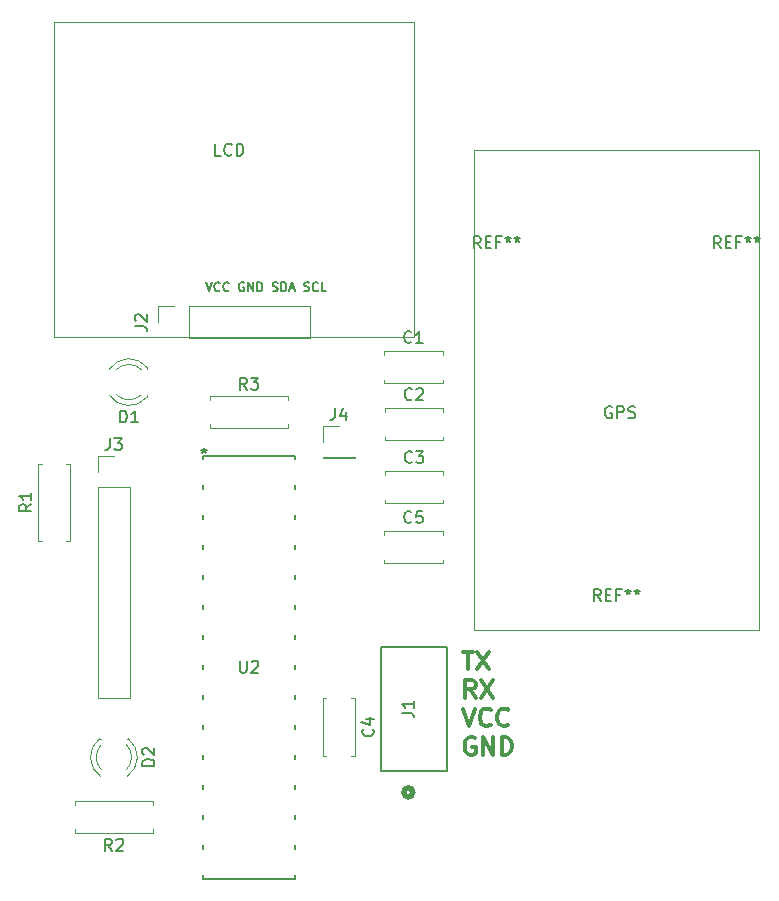
<source format=gbr>
%TF.GenerationSoftware,KiCad,Pcbnew,7.0.10-7.0.10~ubuntu23.04.1*%
%TF.CreationDate,2024-04-20T16:35:45-05:00*%
%TF.ProjectId,GPS-MINPOINT,4750532d-4d49-44e5-904f-494e542e6b69,V001*%
%TF.SameCoordinates,Original*%
%TF.FileFunction,Legend,Top*%
%TF.FilePolarity,Positive*%
%FSLAX46Y46*%
G04 Gerber Fmt 4.6, Leading zero omitted, Abs format (unit mm)*
G04 Created by KiCad (PCBNEW 7.0.10-7.0.10~ubuntu23.04.1) date 2024-04-20 16:35:45*
%MOMM*%
%LPD*%
G01*
G04 APERTURE LIST*
%ADD10C,0.150000*%
%ADD11C,0.100000*%
%ADD12C,0.300000*%
%ADD13C,0.152400*%
%ADD14C,0.508000*%
%ADD15C,0.120000*%
G04 APERTURE END LIST*
D10*
X177390588Y-92897438D02*
X177295350Y-92849819D01*
X177295350Y-92849819D02*
X177152493Y-92849819D01*
X177152493Y-92849819D02*
X177009636Y-92897438D01*
X177009636Y-92897438D02*
X176914398Y-92992676D01*
X176914398Y-92992676D02*
X176866779Y-93087914D01*
X176866779Y-93087914D02*
X176819160Y-93278390D01*
X176819160Y-93278390D02*
X176819160Y-93421247D01*
X176819160Y-93421247D02*
X176866779Y-93611723D01*
X176866779Y-93611723D02*
X176914398Y-93706961D01*
X176914398Y-93706961D02*
X177009636Y-93802200D01*
X177009636Y-93802200D02*
X177152493Y-93849819D01*
X177152493Y-93849819D02*
X177247731Y-93849819D01*
X177247731Y-93849819D02*
X177390588Y-93802200D01*
X177390588Y-93802200D02*
X177438207Y-93754580D01*
X177438207Y-93754580D02*
X177438207Y-93421247D01*
X177438207Y-93421247D02*
X177247731Y-93421247D01*
X177866779Y-93849819D02*
X177866779Y-92849819D01*
X177866779Y-92849819D02*
X178247731Y-92849819D01*
X178247731Y-92849819D02*
X178342969Y-92897438D01*
X178342969Y-92897438D02*
X178390588Y-92945057D01*
X178390588Y-92945057D02*
X178438207Y-93040295D01*
X178438207Y-93040295D02*
X178438207Y-93183152D01*
X178438207Y-93183152D02*
X178390588Y-93278390D01*
X178390588Y-93278390D02*
X178342969Y-93326009D01*
X178342969Y-93326009D02*
X178247731Y-93373628D01*
X178247731Y-93373628D02*
X177866779Y-93373628D01*
X178819160Y-93802200D02*
X178962017Y-93849819D01*
X178962017Y-93849819D02*
X179200112Y-93849819D01*
X179200112Y-93849819D02*
X179295350Y-93802200D01*
X179295350Y-93802200D02*
X179342969Y-93754580D01*
X179342969Y-93754580D02*
X179390588Y-93659342D01*
X179390588Y-93659342D02*
X179390588Y-93564104D01*
X179390588Y-93564104D02*
X179342969Y-93468866D01*
X179342969Y-93468866D02*
X179295350Y-93421247D01*
X179295350Y-93421247D02*
X179200112Y-93373628D01*
X179200112Y-93373628D02*
X179009636Y-93326009D01*
X179009636Y-93326009D02*
X178914398Y-93278390D01*
X178914398Y-93278390D02*
X178866779Y-93230771D01*
X178866779Y-93230771D02*
X178819160Y-93135533D01*
X178819160Y-93135533D02*
X178819160Y-93040295D01*
X178819160Y-93040295D02*
X178866779Y-92945057D01*
X178866779Y-92945057D02*
X178914398Y-92897438D01*
X178914398Y-92897438D02*
X179009636Y-92849819D01*
X179009636Y-92849819D02*
X179247731Y-92849819D01*
X179247731Y-92849819D02*
X179390588Y-92897438D01*
X144322969Y-71624819D02*
X143846779Y-71624819D01*
X143846779Y-71624819D02*
X143846779Y-70624819D01*
X145227731Y-71529580D02*
X145180112Y-71577200D01*
X145180112Y-71577200D02*
X145037255Y-71624819D01*
X145037255Y-71624819D02*
X144942017Y-71624819D01*
X144942017Y-71624819D02*
X144799160Y-71577200D01*
X144799160Y-71577200D02*
X144703922Y-71481961D01*
X144703922Y-71481961D02*
X144656303Y-71386723D01*
X144656303Y-71386723D02*
X144608684Y-71196247D01*
X144608684Y-71196247D02*
X144608684Y-71053390D01*
X144608684Y-71053390D02*
X144656303Y-70862914D01*
X144656303Y-70862914D02*
X144703922Y-70767676D01*
X144703922Y-70767676D02*
X144799160Y-70672438D01*
X144799160Y-70672438D02*
X144942017Y-70624819D01*
X144942017Y-70624819D02*
X145037255Y-70624819D01*
X145037255Y-70624819D02*
X145180112Y-70672438D01*
X145180112Y-70672438D02*
X145227731Y-70720057D01*
X145656303Y-71624819D02*
X145656303Y-70624819D01*
X145656303Y-70624819D02*
X145894398Y-70624819D01*
X145894398Y-70624819D02*
X146037255Y-70672438D01*
X146037255Y-70672438D02*
X146132493Y-70767676D01*
X146132493Y-70767676D02*
X146180112Y-70862914D01*
X146180112Y-70862914D02*
X146227731Y-71053390D01*
X146227731Y-71053390D02*
X146227731Y-71196247D01*
X146227731Y-71196247D02*
X146180112Y-71386723D01*
X146180112Y-71386723D02*
X146132493Y-71481961D01*
X146132493Y-71481961D02*
X146037255Y-71577200D01*
X146037255Y-71577200D02*
X145894398Y-71624819D01*
X145894398Y-71624819D02*
X145656303Y-71624819D01*
D11*
X130175000Y-60325000D02*
X160655000Y-60325000D01*
X160655000Y-86995000D01*
X130175000Y-86995000D01*
X130175000Y-60325000D01*
X165735000Y-71120000D02*
X189865000Y-71120000D01*
X189865000Y-111760000D01*
X165735000Y-111760000D01*
X165735000Y-71120000D01*
D12*
X164805225Y-113610828D02*
X165662368Y-113610828D01*
X165233796Y-115110828D02*
X165233796Y-113610828D01*
X166019510Y-113610828D02*
X167019510Y-115110828D01*
X167019510Y-113610828D02*
X166019510Y-115110828D01*
X165876653Y-117525828D02*
X165376653Y-116811542D01*
X165019510Y-117525828D02*
X165019510Y-116025828D01*
X165019510Y-116025828D02*
X165590939Y-116025828D01*
X165590939Y-116025828D02*
X165733796Y-116097257D01*
X165733796Y-116097257D02*
X165805225Y-116168685D01*
X165805225Y-116168685D02*
X165876653Y-116311542D01*
X165876653Y-116311542D02*
X165876653Y-116525828D01*
X165876653Y-116525828D02*
X165805225Y-116668685D01*
X165805225Y-116668685D02*
X165733796Y-116740114D01*
X165733796Y-116740114D02*
X165590939Y-116811542D01*
X165590939Y-116811542D02*
X165019510Y-116811542D01*
X166376653Y-116025828D02*
X167376653Y-117525828D01*
X167376653Y-116025828D02*
X166376653Y-117525828D01*
X164805225Y-118440828D02*
X165305225Y-119940828D01*
X165305225Y-119940828D02*
X165805225Y-118440828D01*
X167162367Y-119797971D02*
X167090939Y-119869400D01*
X167090939Y-119869400D02*
X166876653Y-119940828D01*
X166876653Y-119940828D02*
X166733796Y-119940828D01*
X166733796Y-119940828D02*
X166519510Y-119869400D01*
X166519510Y-119869400D02*
X166376653Y-119726542D01*
X166376653Y-119726542D02*
X166305224Y-119583685D01*
X166305224Y-119583685D02*
X166233796Y-119297971D01*
X166233796Y-119297971D02*
X166233796Y-119083685D01*
X166233796Y-119083685D02*
X166305224Y-118797971D01*
X166305224Y-118797971D02*
X166376653Y-118655114D01*
X166376653Y-118655114D02*
X166519510Y-118512257D01*
X166519510Y-118512257D02*
X166733796Y-118440828D01*
X166733796Y-118440828D02*
X166876653Y-118440828D01*
X166876653Y-118440828D02*
X167090939Y-118512257D01*
X167090939Y-118512257D02*
X167162367Y-118583685D01*
X168662367Y-119797971D02*
X168590939Y-119869400D01*
X168590939Y-119869400D02*
X168376653Y-119940828D01*
X168376653Y-119940828D02*
X168233796Y-119940828D01*
X168233796Y-119940828D02*
X168019510Y-119869400D01*
X168019510Y-119869400D02*
X167876653Y-119726542D01*
X167876653Y-119726542D02*
X167805224Y-119583685D01*
X167805224Y-119583685D02*
X167733796Y-119297971D01*
X167733796Y-119297971D02*
X167733796Y-119083685D01*
X167733796Y-119083685D02*
X167805224Y-118797971D01*
X167805224Y-118797971D02*
X167876653Y-118655114D01*
X167876653Y-118655114D02*
X168019510Y-118512257D01*
X168019510Y-118512257D02*
X168233796Y-118440828D01*
X168233796Y-118440828D02*
X168376653Y-118440828D01*
X168376653Y-118440828D02*
X168590939Y-118512257D01*
X168590939Y-118512257D02*
X168662367Y-118583685D01*
X165805225Y-120927257D02*
X165662368Y-120855828D01*
X165662368Y-120855828D02*
X165448082Y-120855828D01*
X165448082Y-120855828D02*
X165233796Y-120927257D01*
X165233796Y-120927257D02*
X165090939Y-121070114D01*
X165090939Y-121070114D02*
X165019510Y-121212971D01*
X165019510Y-121212971D02*
X164948082Y-121498685D01*
X164948082Y-121498685D02*
X164948082Y-121712971D01*
X164948082Y-121712971D02*
X165019510Y-121998685D01*
X165019510Y-121998685D02*
X165090939Y-122141542D01*
X165090939Y-122141542D02*
X165233796Y-122284400D01*
X165233796Y-122284400D02*
X165448082Y-122355828D01*
X165448082Y-122355828D02*
X165590939Y-122355828D01*
X165590939Y-122355828D02*
X165805225Y-122284400D01*
X165805225Y-122284400D02*
X165876653Y-122212971D01*
X165876653Y-122212971D02*
X165876653Y-121712971D01*
X165876653Y-121712971D02*
X165590939Y-121712971D01*
X166519510Y-122355828D02*
X166519510Y-120855828D01*
X166519510Y-120855828D02*
X167376653Y-122355828D01*
X167376653Y-122355828D02*
X167376653Y-120855828D01*
X168090939Y-122355828D02*
X168090939Y-120855828D01*
X168090939Y-120855828D02*
X168448082Y-120855828D01*
X168448082Y-120855828D02*
X168662368Y-120927257D01*
X168662368Y-120927257D02*
X168805225Y-121070114D01*
X168805225Y-121070114D02*
X168876654Y-121212971D01*
X168876654Y-121212971D02*
X168948082Y-121498685D01*
X168948082Y-121498685D02*
X168948082Y-121712971D01*
X168948082Y-121712971D02*
X168876654Y-121998685D01*
X168876654Y-121998685D02*
X168805225Y-122141542D01*
X168805225Y-122141542D02*
X168662368Y-122284400D01*
X168662368Y-122284400D02*
X168448082Y-122355828D01*
X168448082Y-122355828D02*
X168090939Y-122355828D01*
D10*
X143045112Y-82335414D02*
X143295112Y-83085414D01*
X143295112Y-83085414D02*
X143545112Y-82335414D01*
X144223683Y-83013985D02*
X144187969Y-83049700D01*
X144187969Y-83049700D02*
X144080826Y-83085414D01*
X144080826Y-83085414D02*
X144009398Y-83085414D01*
X144009398Y-83085414D02*
X143902255Y-83049700D01*
X143902255Y-83049700D02*
X143830826Y-82978271D01*
X143830826Y-82978271D02*
X143795112Y-82906842D01*
X143795112Y-82906842D02*
X143759398Y-82763985D01*
X143759398Y-82763985D02*
X143759398Y-82656842D01*
X143759398Y-82656842D02*
X143795112Y-82513985D01*
X143795112Y-82513985D02*
X143830826Y-82442557D01*
X143830826Y-82442557D02*
X143902255Y-82371128D01*
X143902255Y-82371128D02*
X144009398Y-82335414D01*
X144009398Y-82335414D02*
X144080826Y-82335414D01*
X144080826Y-82335414D02*
X144187969Y-82371128D01*
X144187969Y-82371128D02*
X144223683Y-82406842D01*
X144973683Y-83013985D02*
X144937969Y-83049700D01*
X144937969Y-83049700D02*
X144830826Y-83085414D01*
X144830826Y-83085414D02*
X144759398Y-83085414D01*
X144759398Y-83085414D02*
X144652255Y-83049700D01*
X144652255Y-83049700D02*
X144580826Y-82978271D01*
X144580826Y-82978271D02*
X144545112Y-82906842D01*
X144545112Y-82906842D02*
X144509398Y-82763985D01*
X144509398Y-82763985D02*
X144509398Y-82656842D01*
X144509398Y-82656842D02*
X144545112Y-82513985D01*
X144545112Y-82513985D02*
X144580826Y-82442557D01*
X144580826Y-82442557D02*
X144652255Y-82371128D01*
X144652255Y-82371128D02*
X144759398Y-82335414D01*
X144759398Y-82335414D02*
X144830826Y-82335414D01*
X144830826Y-82335414D02*
X144937969Y-82371128D01*
X144937969Y-82371128D02*
X144973683Y-82406842D01*
X146259398Y-82371128D02*
X146187970Y-82335414D01*
X146187970Y-82335414D02*
X146080827Y-82335414D01*
X146080827Y-82335414D02*
X145973684Y-82371128D01*
X145973684Y-82371128D02*
X145902255Y-82442557D01*
X145902255Y-82442557D02*
X145866541Y-82513985D01*
X145866541Y-82513985D02*
X145830827Y-82656842D01*
X145830827Y-82656842D02*
X145830827Y-82763985D01*
X145830827Y-82763985D02*
X145866541Y-82906842D01*
X145866541Y-82906842D02*
X145902255Y-82978271D01*
X145902255Y-82978271D02*
X145973684Y-83049700D01*
X145973684Y-83049700D02*
X146080827Y-83085414D01*
X146080827Y-83085414D02*
X146152255Y-83085414D01*
X146152255Y-83085414D02*
X146259398Y-83049700D01*
X146259398Y-83049700D02*
X146295112Y-83013985D01*
X146295112Y-83013985D02*
X146295112Y-82763985D01*
X146295112Y-82763985D02*
X146152255Y-82763985D01*
X146616541Y-83085414D02*
X146616541Y-82335414D01*
X146616541Y-82335414D02*
X147045112Y-83085414D01*
X147045112Y-83085414D02*
X147045112Y-82335414D01*
X147402255Y-83085414D02*
X147402255Y-82335414D01*
X147402255Y-82335414D02*
X147580826Y-82335414D01*
X147580826Y-82335414D02*
X147687969Y-82371128D01*
X147687969Y-82371128D02*
X147759398Y-82442557D01*
X147759398Y-82442557D02*
X147795112Y-82513985D01*
X147795112Y-82513985D02*
X147830826Y-82656842D01*
X147830826Y-82656842D02*
X147830826Y-82763985D01*
X147830826Y-82763985D02*
X147795112Y-82906842D01*
X147795112Y-82906842D02*
X147759398Y-82978271D01*
X147759398Y-82978271D02*
X147687969Y-83049700D01*
X147687969Y-83049700D02*
X147580826Y-83085414D01*
X147580826Y-83085414D02*
X147402255Y-83085414D01*
X148687970Y-83049700D02*
X148795113Y-83085414D01*
X148795113Y-83085414D02*
X148973684Y-83085414D01*
X148973684Y-83085414D02*
X149045113Y-83049700D01*
X149045113Y-83049700D02*
X149080827Y-83013985D01*
X149080827Y-83013985D02*
X149116541Y-82942557D01*
X149116541Y-82942557D02*
X149116541Y-82871128D01*
X149116541Y-82871128D02*
X149080827Y-82799700D01*
X149080827Y-82799700D02*
X149045113Y-82763985D01*
X149045113Y-82763985D02*
X148973684Y-82728271D01*
X148973684Y-82728271D02*
X148830827Y-82692557D01*
X148830827Y-82692557D02*
X148759398Y-82656842D01*
X148759398Y-82656842D02*
X148723684Y-82621128D01*
X148723684Y-82621128D02*
X148687970Y-82549700D01*
X148687970Y-82549700D02*
X148687970Y-82478271D01*
X148687970Y-82478271D02*
X148723684Y-82406842D01*
X148723684Y-82406842D02*
X148759398Y-82371128D01*
X148759398Y-82371128D02*
X148830827Y-82335414D01*
X148830827Y-82335414D02*
X149009398Y-82335414D01*
X149009398Y-82335414D02*
X149116541Y-82371128D01*
X149437970Y-83085414D02*
X149437970Y-82335414D01*
X149437970Y-82335414D02*
X149616541Y-82335414D01*
X149616541Y-82335414D02*
X149723684Y-82371128D01*
X149723684Y-82371128D02*
X149795113Y-82442557D01*
X149795113Y-82442557D02*
X149830827Y-82513985D01*
X149830827Y-82513985D02*
X149866541Y-82656842D01*
X149866541Y-82656842D02*
X149866541Y-82763985D01*
X149866541Y-82763985D02*
X149830827Y-82906842D01*
X149830827Y-82906842D02*
X149795113Y-82978271D01*
X149795113Y-82978271D02*
X149723684Y-83049700D01*
X149723684Y-83049700D02*
X149616541Y-83085414D01*
X149616541Y-83085414D02*
X149437970Y-83085414D01*
X150152256Y-82871128D02*
X150509399Y-82871128D01*
X150080827Y-83085414D02*
X150330827Y-82335414D01*
X150330827Y-82335414D02*
X150580827Y-83085414D01*
X151366542Y-83049700D02*
X151473685Y-83085414D01*
X151473685Y-83085414D02*
X151652256Y-83085414D01*
X151652256Y-83085414D02*
X151723685Y-83049700D01*
X151723685Y-83049700D02*
X151759399Y-83013985D01*
X151759399Y-83013985D02*
X151795113Y-82942557D01*
X151795113Y-82942557D02*
X151795113Y-82871128D01*
X151795113Y-82871128D02*
X151759399Y-82799700D01*
X151759399Y-82799700D02*
X151723685Y-82763985D01*
X151723685Y-82763985D02*
X151652256Y-82728271D01*
X151652256Y-82728271D02*
X151509399Y-82692557D01*
X151509399Y-82692557D02*
X151437970Y-82656842D01*
X151437970Y-82656842D02*
X151402256Y-82621128D01*
X151402256Y-82621128D02*
X151366542Y-82549700D01*
X151366542Y-82549700D02*
X151366542Y-82478271D01*
X151366542Y-82478271D02*
X151402256Y-82406842D01*
X151402256Y-82406842D02*
X151437970Y-82371128D01*
X151437970Y-82371128D02*
X151509399Y-82335414D01*
X151509399Y-82335414D02*
X151687970Y-82335414D01*
X151687970Y-82335414D02*
X151795113Y-82371128D01*
X152545113Y-83013985D02*
X152509399Y-83049700D01*
X152509399Y-83049700D02*
X152402256Y-83085414D01*
X152402256Y-83085414D02*
X152330828Y-83085414D01*
X152330828Y-83085414D02*
X152223685Y-83049700D01*
X152223685Y-83049700D02*
X152152256Y-82978271D01*
X152152256Y-82978271D02*
X152116542Y-82906842D01*
X152116542Y-82906842D02*
X152080828Y-82763985D01*
X152080828Y-82763985D02*
X152080828Y-82656842D01*
X152080828Y-82656842D02*
X152116542Y-82513985D01*
X152116542Y-82513985D02*
X152152256Y-82442557D01*
X152152256Y-82442557D02*
X152223685Y-82371128D01*
X152223685Y-82371128D02*
X152330828Y-82335414D01*
X152330828Y-82335414D02*
X152402256Y-82335414D01*
X152402256Y-82335414D02*
X152509399Y-82371128D01*
X152509399Y-82371128D02*
X152545113Y-82406842D01*
X153223685Y-83085414D02*
X152866542Y-83085414D01*
X152866542Y-83085414D02*
X152866542Y-82335414D01*
X166306666Y-79469819D02*
X165973333Y-78993628D01*
X165735238Y-79469819D02*
X165735238Y-78469819D01*
X165735238Y-78469819D02*
X166116190Y-78469819D01*
X166116190Y-78469819D02*
X166211428Y-78517438D01*
X166211428Y-78517438D02*
X166259047Y-78565057D01*
X166259047Y-78565057D02*
X166306666Y-78660295D01*
X166306666Y-78660295D02*
X166306666Y-78803152D01*
X166306666Y-78803152D02*
X166259047Y-78898390D01*
X166259047Y-78898390D02*
X166211428Y-78946009D01*
X166211428Y-78946009D02*
X166116190Y-78993628D01*
X166116190Y-78993628D02*
X165735238Y-78993628D01*
X166735238Y-78946009D02*
X167068571Y-78946009D01*
X167211428Y-79469819D02*
X166735238Y-79469819D01*
X166735238Y-79469819D02*
X166735238Y-78469819D01*
X166735238Y-78469819D02*
X167211428Y-78469819D01*
X167973333Y-78946009D02*
X167640000Y-78946009D01*
X167640000Y-79469819D02*
X167640000Y-78469819D01*
X167640000Y-78469819D02*
X168116190Y-78469819D01*
X168640000Y-78469819D02*
X168640000Y-78707914D01*
X168401905Y-78612676D02*
X168640000Y-78707914D01*
X168640000Y-78707914D02*
X168878095Y-78612676D01*
X168497143Y-78898390D02*
X168640000Y-78707914D01*
X168640000Y-78707914D02*
X168782857Y-78898390D01*
X169401905Y-78469819D02*
X169401905Y-78707914D01*
X169163810Y-78612676D02*
X169401905Y-78707914D01*
X169401905Y-78707914D02*
X169640000Y-78612676D01*
X169259048Y-78898390D02*
X169401905Y-78707914D01*
X169401905Y-78707914D02*
X169544762Y-78898390D01*
X186626666Y-79469819D02*
X186293333Y-78993628D01*
X186055238Y-79469819D02*
X186055238Y-78469819D01*
X186055238Y-78469819D02*
X186436190Y-78469819D01*
X186436190Y-78469819D02*
X186531428Y-78517438D01*
X186531428Y-78517438D02*
X186579047Y-78565057D01*
X186579047Y-78565057D02*
X186626666Y-78660295D01*
X186626666Y-78660295D02*
X186626666Y-78803152D01*
X186626666Y-78803152D02*
X186579047Y-78898390D01*
X186579047Y-78898390D02*
X186531428Y-78946009D01*
X186531428Y-78946009D02*
X186436190Y-78993628D01*
X186436190Y-78993628D02*
X186055238Y-78993628D01*
X187055238Y-78946009D02*
X187388571Y-78946009D01*
X187531428Y-79469819D02*
X187055238Y-79469819D01*
X187055238Y-79469819D02*
X187055238Y-78469819D01*
X187055238Y-78469819D02*
X187531428Y-78469819D01*
X188293333Y-78946009D02*
X187960000Y-78946009D01*
X187960000Y-79469819D02*
X187960000Y-78469819D01*
X187960000Y-78469819D02*
X188436190Y-78469819D01*
X188960000Y-78469819D02*
X188960000Y-78707914D01*
X188721905Y-78612676D02*
X188960000Y-78707914D01*
X188960000Y-78707914D02*
X189198095Y-78612676D01*
X188817143Y-78898390D02*
X188960000Y-78707914D01*
X188960000Y-78707914D02*
X189102857Y-78898390D01*
X189721905Y-78469819D02*
X189721905Y-78707914D01*
X189483810Y-78612676D02*
X189721905Y-78707914D01*
X189721905Y-78707914D02*
X189960000Y-78612676D01*
X189579048Y-78898390D02*
X189721905Y-78707914D01*
X189721905Y-78707914D02*
X189864762Y-78898390D01*
X176466666Y-109314819D02*
X176133333Y-108838628D01*
X175895238Y-109314819D02*
X175895238Y-108314819D01*
X175895238Y-108314819D02*
X176276190Y-108314819D01*
X176276190Y-108314819D02*
X176371428Y-108362438D01*
X176371428Y-108362438D02*
X176419047Y-108410057D01*
X176419047Y-108410057D02*
X176466666Y-108505295D01*
X176466666Y-108505295D02*
X176466666Y-108648152D01*
X176466666Y-108648152D02*
X176419047Y-108743390D01*
X176419047Y-108743390D02*
X176371428Y-108791009D01*
X176371428Y-108791009D02*
X176276190Y-108838628D01*
X176276190Y-108838628D02*
X175895238Y-108838628D01*
X176895238Y-108791009D02*
X177228571Y-108791009D01*
X177371428Y-109314819D02*
X176895238Y-109314819D01*
X176895238Y-109314819D02*
X176895238Y-108314819D01*
X176895238Y-108314819D02*
X177371428Y-108314819D01*
X178133333Y-108791009D02*
X177800000Y-108791009D01*
X177800000Y-109314819D02*
X177800000Y-108314819D01*
X177800000Y-108314819D02*
X178276190Y-108314819D01*
X178800000Y-108314819D02*
X178800000Y-108552914D01*
X178561905Y-108457676D02*
X178800000Y-108552914D01*
X178800000Y-108552914D02*
X179038095Y-108457676D01*
X178657143Y-108743390D02*
X178800000Y-108552914D01*
X178800000Y-108552914D02*
X178942857Y-108743390D01*
X179561905Y-108314819D02*
X179561905Y-108552914D01*
X179323810Y-108457676D02*
X179561905Y-108552914D01*
X179561905Y-108552914D02*
X179800000Y-108457676D01*
X179419048Y-108743390D02*
X179561905Y-108552914D01*
X179561905Y-108552914D02*
X179704762Y-108743390D01*
X145923095Y-114389819D02*
X145923095Y-115199342D01*
X145923095Y-115199342D02*
X145970714Y-115294580D01*
X145970714Y-115294580D02*
X146018333Y-115342200D01*
X146018333Y-115342200D02*
X146113571Y-115389819D01*
X146113571Y-115389819D02*
X146304047Y-115389819D01*
X146304047Y-115389819D02*
X146399285Y-115342200D01*
X146399285Y-115342200D02*
X146446904Y-115294580D01*
X146446904Y-115294580D02*
X146494523Y-115199342D01*
X146494523Y-115199342D02*
X146494523Y-114389819D01*
X146923095Y-114485057D02*
X146970714Y-114437438D01*
X146970714Y-114437438D02*
X147065952Y-114389819D01*
X147065952Y-114389819D02*
X147304047Y-114389819D01*
X147304047Y-114389819D02*
X147399285Y-114437438D01*
X147399285Y-114437438D02*
X147446904Y-114485057D01*
X147446904Y-114485057D02*
X147494523Y-114580295D01*
X147494523Y-114580295D02*
X147494523Y-114675533D01*
X147494523Y-114675533D02*
X147446904Y-114818390D01*
X147446904Y-114818390D02*
X146875476Y-115389819D01*
X146875476Y-115389819D02*
X147494523Y-115389819D01*
X142875000Y-96368519D02*
X142875000Y-96606614D01*
X142636905Y-96511376D02*
X142875000Y-96606614D01*
X142875000Y-96606614D02*
X143113095Y-96511376D01*
X142732143Y-96797090D02*
X142875000Y-96606614D01*
X142875000Y-96606614D02*
X143017857Y-96797090D01*
X142875000Y-96368519D02*
X142875000Y-96606614D01*
X142636905Y-96511376D02*
X142875000Y-96606614D01*
X142875000Y-96606614D02*
X143113095Y-96511376D01*
X142732143Y-96797090D02*
X142875000Y-96606614D01*
X142875000Y-96606614D02*
X143017857Y-96797090D01*
X159635420Y-118808334D02*
X160349705Y-118808334D01*
X160349705Y-118808334D02*
X160492562Y-118855953D01*
X160492562Y-118855953D02*
X160587801Y-118951191D01*
X160587801Y-118951191D02*
X160635420Y-119094048D01*
X160635420Y-119094048D02*
X160635420Y-119189286D01*
X160635420Y-117808334D02*
X160635420Y-118379762D01*
X160635420Y-118094048D02*
X159635420Y-118094048D01*
X159635420Y-118094048D02*
X159778277Y-118189286D01*
X159778277Y-118189286D02*
X159873515Y-118284524D01*
X159873515Y-118284524D02*
X159921134Y-118379762D01*
X146518333Y-91429819D02*
X146185000Y-90953628D01*
X145946905Y-91429819D02*
X145946905Y-90429819D01*
X145946905Y-90429819D02*
X146327857Y-90429819D01*
X146327857Y-90429819D02*
X146423095Y-90477438D01*
X146423095Y-90477438D02*
X146470714Y-90525057D01*
X146470714Y-90525057D02*
X146518333Y-90620295D01*
X146518333Y-90620295D02*
X146518333Y-90763152D01*
X146518333Y-90763152D02*
X146470714Y-90858390D01*
X146470714Y-90858390D02*
X146423095Y-90906009D01*
X146423095Y-90906009D02*
X146327857Y-90953628D01*
X146327857Y-90953628D02*
X145946905Y-90953628D01*
X146851667Y-90429819D02*
X147470714Y-90429819D01*
X147470714Y-90429819D02*
X147137381Y-90810771D01*
X147137381Y-90810771D02*
X147280238Y-90810771D01*
X147280238Y-90810771D02*
X147375476Y-90858390D01*
X147375476Y-90858390D02*
X147423095Y-90906009D01*
X147423095Y-90906009D02*
X147470714Y-91001247D01*
X147470714Y-91001247D02*
X147470714Y-91239342D01*
X147470714Y-91239342D02*
X147423095Y-91334580D01*
X147423095Y-91334580D02*
X147375476Y-91382200D01*
X147375476Y-91382200D02*
X147280238Y-91429819D01*
X147280238Y-91429819D02*
X146994524Y-91429819D01*
X146994524Y-91429819D02*
X146899286Y-91382200D01*
X146899286Y-91382200D02*
X146851667Y-91334580D01*
X135088333Y-130459819D02*
X134755000Y-129983628D01*
X134516905Y-130459819D02*
X134516905Y-129459819D01*
X134516905Y-129459819D02*
X134897857Y-129459819D01*
X134897857Y-129459819D02*
X134993095Y-129507438D01*
X134993095Y-129507438D02*
X135040714Y-129555057D01*
X135040714Y-129555057D02*
X135088333Y-129650295D01*
X135088333Y-129650295D02*
X135088333Y-129793152D01*
X135088333Y-129793152D02*
X135040714Y-129888390D01*
X135040714Y-129888390D02*
X134993095Y-129936009D01*
X134993095Y-129936009D02*
X134897857Y-129983628D01*
X134897857Y-129983628D02*
X134516905Y-129983628D01*
X135469286Y-129555057D02*
X135516905Y-129507438D01*
X135516905Y-129507438D02*
X135612143Y-129459819D01*
X135612143Y-129459819D02*
X135850238Y-129459819D01*
X135850238Y-129459819D02*
X135945476Y-129507438D01*
X135945476Y-129507438D02*
X135993095Y-129555057D01*
X135993095Y-129555057D02*
X136040714Y-129650295D01*
X136040714Y-129650295D02*
X136040714Y-129745533D01*
X136040714Y-129745533D02*
X135993095Y-129888390D01*
X135993095Y-129888390D02*
X135421667Y-130459819D01*
X135421667Y-130459819D02*
X136040714Y-130459819D01*
X128259819Y-101131666D02*
X127783628Y-101464999D01*
X128259819Y-101703094D02*
X127259819Y-101703094D01*
X127259819Y-101703094D02*
X127259819Y-101322142D01*
X127259819Y-101322142D02*
X127307438Y-101226904D01*
X127307438Y-101226904D02*
X127355057Y-101179285D01*
X127355057Y-101179285D02*
X127450295Y-101131666D01*
X127450295Y-101131666D02*
X127593152Y-101131666D01*
X127593152Y-101131666D02*
X127688390Y-101179285D01*
X127688390Y-101179285D02*
X127736009Y-101226904D01*
X127736009Y-101226904D02*
X127783628Y-101322142D01*
X127783628Y-101322142D02*
X127783628Y-101703094D01*
X128259819Y-100179285D02*
X128259819Y-100750713D01*
X128259819Y-100464999D02*
X127259819Y-100464999D01*
X127259819Y-100464999D02*
X127402676Y-100560237D01*
X127402676Y-100560237D02*
X127497914Y-100655475D01*
X127497914Y-100655475D02*
X127545533Y-100750713D01*
X153971666Y-93009819D02*
X153971666Y-93724104D01*
X153971666Y-93724104D02*
X153924047Y-93866961D01*
X153924047Y-93866961D02*
X153828809Y-93962200D01*
X153828809Y-93962200D02*
X153685952Y-94009819D01*
X153685952Y-94009819D02*
X153590714Y-94009819D01*
X154876428Y-93343152D02*
X154876428Y-94009819D01*
X154638333Y-92962200D02*
X154400238Y-93676485D01*
X154400238Y-93676485D02*
X155019285Y-93676485D01*
X134921666Y-95549819D02*
X134921666Y-96264104D01*
X134921666Y-96264104D02*
X134874047Y-96406961D01*
X134874047Y-96406961D02*
X134778809Y-96502200D01*
X134778809Y-96502200D02*
X134635952Y-96549819D01*
X134635952Y-96549819D02*
X134540714Y-96549819D01*
X135302619Y-95549819D02*
X135921666Y-95549819D01*
X135921666Y-95549819D02*
X135588333Y-95930771D01*
X135588333Y-95930771D02*
X135731190Y-95930771D01*
X135731190Y-95930771D02*
X135826428Y-95978390D01*
X135826428Y-95978390D02*
X135874047Y-96026009D01*
X135874047Y-96026009D02*
X135921666Y-96121247D01*
X135921666Y-96121247D02*
X135921666Y-96359342D01*
X135921666Y-96359342D02*
X135874047Y-96454580D01*
X135874047Y-96454580D02*
X135826428Y-96502200D01*
X135826428Y-96502200D02*
X135731190Y-96549819D01*
X135731190Y-96549819D02*
X135445476Y-96549819D01*
X135445476Y-96549819D02*
X135350238Y-96502200D01*
X135350238Y-96502200D02*
X135302619Y-96454580D01*
X160448333Y-102634580D02*
X160400714Y-102682200D01*
X160400714Y-102682200D02*
X160257857Y-102729819D01*
X160257857Y-102729819D02*
X160162619Y-102729819D01*
X160162619Y-102729819D02*
X160019762Y-102682200D01*
X160019762Y-102682200D02*
X159924524Y-102586961D01*
X159924524Y-102586961D02*
X159876905Y-102491723D01*
X159876905Y-102491723D02*
X159829286Y-102301247D01*
X159829286Y-102301247D02*
X159829286Y-102158390D01*
X159829286Y-102158390D02*
X159876905Y-101967914D01*
X159876905Y-101967914D02*
X159924524Y-101872676D01*
X159924524Y-101872676D02*
X160019762Y-101777438D01*
X160019762Y-101777438D02*
X160162619Y-101729819D01*
X160162619Y-101729819D02*
X160257857Y-101729819D01*
X160257857Y-101729819D02*
X160400714Y-101777438D01*
X160400714Y-101777438D02*
X160448333Y-101825057D01*
X161353095Y-101729819D02*
X160876905Y-101729819D01*
X160876905Y-101729819D02*
X160829286Y-102206009D01*
X160829286Y-102206009D02*
X160876905Y-102158390D01*
X160876905Y-102158390D02*
X160972143Y-102110771D01*
X160972143Y-102110771D02*
X161210238Y-102110771D01*
X161210238Y-102110771D02*
X161305476Y-102158390D01*
X161305476Y-102158390D02*
X161353095Y-102206009D01*
X161353095Y-102206009D02*
X161400714Y-102301247D01*
X161400714Y-102301247D02*
X161400714Y-102539342D01*
X161400714Y-102539342D02*
X161353095Y-102634580D01*
X161353095Y-102634580D02*
X161305476Y-102682200D01*
X161305476Y-102682200D02*
X161210238Y-102729819D01*
X161210238Y-102729819D02*
X160972143Y-102729819D01*
X160972143Y-102729819D02*
X160876905Y-102682200D01*
X160876905Y-102682200D02*
X160829286Y-102634580D01*
X157164580Y-120181666D02*
X157212200Y-120229285D01*
X157212200Y-120229285D02*
X157259819Y-120372142D01*
X157259819Y-120372142D02*
X157259819Y-120467380D01*
X157259819Y-120467380D02*
X157212200Y-120610237D01*
X157212200Y-120610237D02*
X157116961Y-120705475D01*
X157116961Y-120705475D02*
X157021723Y-120753094D01*
X157021723Y-120753094D02*
X156831247Y-120800713D01*
X156831247Y-120800713D02*
X156688390Y-120800713D01*
X156688390Y-120800713D02*
X156497914Y-120753094D01*
X156497914Y-120753094D02*
X156402676Y-120705475D01*
X156402676Y-120705475D02*
X156307438Y-120610237D01*
X156307438Y-120610237D02*
X156259819Y-120467380D01*
X156259819Y-120467380D02*
X156259819Y-120372142D01*
X156259819Y-120372142D02*
X156307438Y-120229285D01*
X156307438Y-120229285D02*
X156355057Y-120181666D01*
X156593152Y-119324523D02*
X157259819Y-119324523D01*
X156212200Y-119562618D02*
X156926485Y-119800713D01*
X156926485Y-119800713D02*
X156926485Y-119181666D01*
X160488333Y-97554580D02*
X160440714Y-97602200D01*
X160440714Y-97602200D02*
X160297857Y-97649819D01*
X160297857Y-97649819D02*
X160202619Y-97649819D01*
X160202619Y-97649819D02*
X160059762Y-97602200D01*
X160059762Y-97602200D02*
X159964524Y-97506961D01*
X159964524Y-97506961D02*
X159916905Y-97411723D01*
X159916905Y-97411723D02*
X159869286Y-97221247D01*
X159869286Y-97221247D02*
X159869286Y-97078390D01*
X159869286Y-97078390D02*
X159916905Y-96887914D01*
X159916905Y-96887914D02*
X159964524Y-96792676D01*
X159964524Y-96792676D02*
X160059762Y-96697438D01*
X160059762Y-96697438D02*
X160202619Y-96649819D01*
X160202619Y-96649819D02*
X160297857Y-96649819D01*
X160297857Y-96649819D02*
X160440714Y-96697438D01*
X160440714Y-96697438D02*
X160488333Y-96745057D01*
X160821667Y-96649819D02*
X161440714Y-96649819D01*
X161440714Y-96649819D02*
X161107381Y-97030771D01*
X161107381Y-97030771D02*
X161250238Y-97030771D01*
X161250238Y-97030771D02*
X161345476Y-97078390D01*
X161345476Y-97078390D02*
X161393095Y-97126009D01*
X161393095Y-97126009D02*
X161440714Y-97221247D01*
X161440714Y-97221247D02*
X161440714Y-97459342D01*
X161440714Y-97459342D02*
X161393095Y-97554580D01*
X161393095Y-97554580D02*
X161345476Y-97602200D01*
X161345476Y-97602200D02*
X161250238Y-97649819D01*
X161250238Y-97649819D02*
X160964524Y-97649819D01*
X160964524Y-97649819D02*
X160869286Y-97602200D01*
X160869286Y-97602200D02*
X160821667Y-97554580D01*
X160488333Y-92234580D02*
X160440714Y-92282200D01*
X160440714Y-92282200D02*
X160297857Y-92329819D01*
X160297857Y-92329819D02*
X160202619Y-92329819D01*
X160202619Y-92329819D02*
X160059762Y-92282200D01*
X160059762Y-92282200D02*
X159964524Y-92186961D01*
X159964524Y-92186961D02*
X159916905Y-92091723D01*
X159916905Y-92091723D02*
X159869286Y-91901247D01*
X159869286Y-91901247D02*
X159869286Y-91758390D01*
X159869286Y-91758390D02*
X159916905Y-91567914D01*
X159916905Y-91567914D02*
X159964524Y-91472676D01*
X159964524Y-91472676D02*
X160059762Y-91377438D01*
X160059762Y-91377438D02*
X160202619Y-91329819D01*
X160202619Y-91329819D02*
X160297857Y-91329819D01*
X160297857Y-91329819D02*
X160440714Y-91377438D01*
X160440714Y-91377438D02*
X160488333Y-91425057D01*
X160869286Y-91425057D02*
X160916905Y-91377438D01*
X160916905Y-91377438D02*
X161012143Y-91329819D01*
X161012143Y-91329819D02*
X161250238Y-91329819D01*
X161250238Y-91329819D02*
X161345476Y-91377438D01*
X161345476Y-91377438D02*
X161393095Y-91425057D01*
X161393095Y-91425057D02*
X161440714Y-91520295D01*
X161440714Y-91520295D02*
X161440714Y-91615533D01*
X161440714Y-91615533D02*
X161393095Y-91758390D01*
X161393095Y-91758390D02*
X160821667Y-92329819D01*
X160821667Y-92329819D02*
X161440714Y-92329819D01*
X160448333Y-87394580D02*
X160400714Y-87442200D01*
X160400714Y-87442200D02*
X160257857Y-87489819D01*
X160257857Y-87489819D02*
X160162619Y-87489819D01*
X160162619Y-87489819D02*
X160019762Y-87442200D01*
X160019762Y-87442200D02*
X159924524Y-87346961D01*
X159924524Y-87346961D02*
X159876905Y-87251723D01*
X159876905Y-87251723D02*
X159829286Y-87061247D01*
X159829286Y-87061247D02*
X159829286Y-86918390D01*
X159829286Y-86918390D02*
X159876905Y-86727914D01*
X159876905Y-86727914D02*
X159924524Y-86632676D01*
X159924524Y-86632676D02*
X160019762Y-86537438D01*
X160019762Y-86537438D02*
X160162619Y-86489819D01*
X160162619Y-86489819D02*
X160257857Y-86489819D01*
X160257857Y-86489819D02*
X160400714Y-86537438D01*
X160400714Y-86537438D02*
X160448333Y-86585057D01*
X161400714Y-87489819D02*
X160829286Y-87489819D01*
X161115000Y-87489819D02*
X161115000Y-86489819D01*
X161115000Y-86489819D02*
X161019762Y-86632676D01*
X161019762Y-86632676D02*
X160924524Y-86727914D01*
X160924524Y-86727914D02*
X160829286Y-86775533D01*
X138669819Y-123293094D02*
X137669819Y-123293094D01*
X137669819Y-123293094D02*
X137669819Y-123054999D01*
X137669819Y-123054999D02*
X137717438Y-122912142D01*
X137717438Y-122912142D02*
X137812676Y-122816904D01*
X137812676Y-122816904D02*
X137907914Y-122769285D01*
X137907914Y-122769285D02*
X138098390Y-122721666D01*
X138098390Y-122721666D02*
X138241247Y-122721666D01*
X138241247Y-122721666D02*
X138431723Y-122769285D01*
X138431723Y-122769285D02*
X138526961Y-122816904D01*
X138526961Y-122816904D02*
X138622200Y-122912142D01*
X138622200Y-122912142D02*
X138669819Y-123054999D01*
X138669819Y-123054999D02*
X138669819Y-123293094D01*
X137765057Y-122340713D02*
X137717438Y-122293094D01*
X137717438Y-122293094D02*
X137669819Y-122197856D01*
X137669819Y-122197856D02*
X137669819Y-121959761D01*
X137669819Y-121959761D02*
X137717438Y-121864523D01*
X137717438Y-121864523D02*
X137765057Y-121816904D01*
X137765057Y-121816904D02*
X137860295Y-121769285D01*
X137860295Y-121769285D02*
X137955533Y-121769285D01*
X137955533Y-121769285D02*
X138098390Y-121816904D01*
X138098390Y-121816904D02*
X138669819Y-122388332D01*
X138669819Y-122388332D02*
X138669819Y-121769285D01*
X137019819Y-86058333D02*
X137734104Y-86058333D01*
X137734104Y-86058333D02*
X137876961Y-86105952D01*
X137876961Y-86105952D02*
X137972200Y-86201190D01*
X137972200Y-86201190D02*
X138019819Y-86344047D01*
X138019819Y-86344047D02*
X138019819Y-86439285D01*
X137115057Y-85629761D02*
X137067438Y-85582142D01*
X137067438Y-85582142D02*
X137019819Y-85486904D01*
X137019819Y-85486904D02*
X137019819Y-85248809D01*
X137019819Y-85248809D02*
X137067438Y-85153571D01*
X137067438Y-85153571D02*
X137115057Y-85105952D01*
X137115057Y-85105952D02*
X137210295Y-85058333D01*
X137210295Y-85058333D02*
X137305533Y-85058333D01*
X137305533Y-85058333D02*
X137448390Y-85105952D01*
X137448390Y-85105952D02*
X138019819Y-85677380D01*
X138019819Y-85677380D02*
X138019819Y-85058333D01*
X135786905Y-94219819D02*
X135786905Y-93219819D01*
X135786905Y-93219819D02*
X136025000Y-93219819D01*
X136025000Y-93219819D02*
X136167857Y-93267438D01*
X136167857Y-93267438D02*
X136263095Y-93362676D01*
X136263095Y-93362676D02*
X136310714Y-93457914D01*
X136310714Y-93457914D02*
X136358333Y-93648390D01*
X136358333Y-93648390D02*
X136358333Y-93791247D01*
X136358333Y-93791247D02*
X136310714Y-93981723D01*
X136310714Y-93981723D02*
X136263095Y-94076961D01*
X136263095Y-94076961D02*
X136167857Y-94172200D01*
X136167857Y-94172200D02*
X136025000Y-94219819D01*
X136025000Y-94219819D02*
X135786905Y-94219819D01*
X137310714Y-94219819D02*
X136739286Y-94219819D01*
X137025000Y-94219819D02*
X137025000Y-93219819D01*
X137025000Y-93219819D02*
X136929762Y-93362676D01*
X136929762Y-93362676D02*
X136834524Y-93457914D01*
X136834524Y-93457914D02*
X136739286Y-93505533D01*
D13*
%TO.C,U2*%
X142811500Y-97028000D02*
X142811500Y-97342960D01*
X142811500Y-99507040D02*
X142811500Y-99884825D01*
X142811500Y-102045175D02*
X142811500Y-102424825D01*
X142811500Y-104585175D02*
X142811500Y-104964825D01*
X142811500Y-107125175D02*
X142811500Y-107504825D01*
X142811500Y-109665175D02*
X142811500Y-110044825D01*
X142811500Y-112205175D02*
X142811500Y-112584825D01*
X142811500Y-114745175D02*
X142811500Y-115124825D01*
X142811500Y-117285175D02*
X142811500Y-117664825D01*
X142811500Y-119825175D02*
X142811500Y-120204825D01*
X142811500Y-122365175D02*
X142811500Y-122744825D01*
X142811500Y-124905175D02*
X142811500Y-125284825D01*
X142811500Y-127445175D02*
X142811500Y-127824825D01*
X142811500Y-129985175D02*
X142811500Y-130364825D01*
X142811500Y-132525175D02*
X142811500Y-132842000D01*
X142811500Y-132842000D02*
X150558500Y-132842000D01*
X150558500Y-97028000D02*
X142811500Y-97028000D01*
X150558500Y-97344825D02*
X150558500Y-97028000D01*
X150558500Y-99884825D02*
X150558500Y-99505175D01*
X150558500Y-102424825D02*
X150558500Y-102045175D01*
X150558500Y-104964825D02*
X150558500Y-104585175D01*
X150558500Y-107504825D02*
X150558500Y-107125175D01*
X150558500Y-110044825D02*
X150558500Y-109665175D01*
X150558500Y-112584825D02*
X150558500Y-112205175D01*
X150558500Y-115124825D02*
X150558500Y-114745175D01*
X150558500Y-117664825D02*
X150558500Y-117285175D01*
X150558500Y-120204825D02*
X150558500Y-119825175D01*
X150558500Y-122744825D02*
X150558500Y-122365175D01*
X150558500Y-125284825D02*
X150558500Y-124905175D01*
X150558500Y-127824825D02*
X150558500Y-127445175D01*
X150558500Y-130364825D02*
X150558500Y-129985175D01*
X150558500Y-132842000D02*
X150558500Y-132525175D01*
%TO.C,J1*%
X157903601Y-123758201D02*
X163466200Y-123758201D01*
X163466200Y-123758201D02*
X163466200Y-113191801D01*
X157903601Y-113191801D02*
X157903601Y-123758201D01*
X163466200Y-113191801D02*
X157903601Y-113191801D01*
D14*
X160561601Y-125536201D02*
G75*
G03*
X159799601Y-125536201I-381000J0D01*
G01*
X159799601Y-125536201D02*
G75*
G03*
X160561601Y-125536201I381000J0D01*
G01*
D15*
%TO.C,R3*%
X149955000Y-94715000D02*
X149955000Y-94385000D01*
X143415000Y-91975000D02*
X149955000Y-91975000D01*
X143415000Y-94715000D02*
X149955000Y-94715000D01*
X143415000Y-94385000D02*
X143415000Y-94715000D01*
X143415000Y-92305000D02*
X143415000Y-91975000D01*
X149955000Y-91975000D02*
X149955000Y-92305000D01*
%TO.C,R2*%
X131985000Y-126265000D02*
X131985000Y-126595000D01*
X138525000Y-129005000D02*
X131985000Y-129005000D01*
X138525000Y-126265000D02*
X131985000Y-126265000D01*
X138525000Y-126595000D02*
X138525000Y-126265000D01*
X138525000Y-128675000D02*
X138525000Y-129005000D01*
X131985000Y-129005000D02*
X131985000Y-128675000D01*
%TO.C,R1*%
X131545000Y-97695000D02*
X131215000Y-97695000D01*
X128805000Y-104235000D02*
X128805000Y-97695000D01*
X131545000Y-104235000D02*
X131545000Y-97695000D01*
X131215000Y-104235000D02*
X131545000Y-104235000D01*
X129135000Y-104235000D02*
X128805000Y-104235000D01*
X128805000Y-97695000D02*
X129135000Y-97695000D01*
%TO.C,J4*%
X152975000Y-94555000D02*
X154305000Y-94555000D01*
X152975000Y-97155000D02*
X155635000Y-97155000D01*
X152975000Y-97215000D02*
X155635000Y-97215000D01*
X155635000Y-97155000D02*
X155635000Y-97215000D01*
X152975000Y-97155000D02*
X152975000Y-97215000D01*
X152975000Y-95885000D02*
X152975000Y-94555000D01*
%TO.C,J3*%
X133925000Y-99695000D02*
X136585000Y-99695000D01*
X133925000Y-117535000D02*
X136585000Y-117535000D01*
X133925000Y-99695000D02*
X133925000Y-117535000D01*
X133925000Y-98425000D02*
X133925000Y-97095000D01*
X136585000Y-99695000D02*
X136585000Y-117535000D01*
X133925000Y-97095000D02*
X135255000Y-97095000D01*
%TO.C,C5*%
X158145000Y-103405000D02*
X163085000Y-103405000D01*
X158145000Y-103405000D02*
X158145000Y-103720000D01*
X163085000Y-105830000D02*
X163085000Y-106145000D01*
X163085000Y-103405000D02*
X163085000Y-103720000D01*
X158145000Y-106145000D02*
X163085000Y-106145000D01*
X158145000Y-105830000D02*
X158145000Y-106145000D01*
%TO.C,C4*%
X153250000Y-117545000D02*
X152935000Y-117545000D01*
X152935000Y-117545000D02*
X152935000Y-122485000D01*
X155675000Y-122485000D02*
X155360000Y-122485000D01*
X153250000Y-122485000D02*
X152935000Y-122485000D01*
X155675000Y-117545000D02*
X155360000Y-117545000D01*
X155675000Y-117545000D02*
X155675000Y-122485000D01*
%TO.C,C3*%
X158185000Y-98325000D02*
X163125000Y-98325000D01*
X158185000Y-98325000D02*
X158185000Y-98640000D01*
X163125000Y-100750000D02*
X163125000Y-101065000D01*
X163125000Y-98325000D02*
X163125000Y-98640000D01*
X158185000Y-101065000D02*
X163125000Y-101065000D01*
X158185000Y-100750000D02*
X158185000Y-101065000D01*
%TO.C,C2*%
X158185000Y-93005000D02*
X163125000Y-93005000D01*
X158185000Y-93005000D02*
X158185000Y-93320000D01*
X163125000Y-95430000D02*
X163125000Y-95745000D01*
X163125000Y-93005000D02*
X163125000Y-93320000D01*
X158185000Y-95745000D02*
X163125000Y-95745000D01*
X158185000Y-95430000D02*
X158185000Y-95745000D01*
%TO.C,C1*%
X158145000Y-88165000D02*
X163085000Y-88165000D01*
X158145000Y-88165000D02*
X158145000Y-88480000D01*
X163085000Y-90590000D02*
X163085000Y-90905000D01*
X163085000Y-88165000D02*
X163085000Y-88480000D01*
X158145000Y-90905000D02*
X163085000Y-90905000D01*
X158145000Y-90590000D02*
X158145000Y-90905000D01*
%TO.C,D2*%
X136491000Y-120995000D02*
X136335000Y-120995000D01*
X134175000Y-120995000D02*
X134019000Y-120995000D01*
X136334836Y-123596129D02*
G75*
G03*
X136334999Y-121514040I-1079836J1041129D01*
G01*
X134019485Y-120995001D02*
G75*
G03*
X134176392Y-124227334I1235515J-1559999D01*
G01*
X134175001Y-121514040D02*
G75*
G03*
X134175164Y-123596129I1079999J-1040960D01*
G01*
X136333608Y-124227334D02*
G75*
G03*
X136490515Y-120995001I-1078608J1672334D01*
G01*
%TO.C,J2*%
X139005000Y-84395000D02*
X140335000Y-84395000D01*
X141605000Y-84395000D02*
X151825000Y-84395000D01*
X141605000Y-87055000D02*
X151825000Y-87055000D01*
X141605000Y-87055000D02*
X141605000Y-84395000D01*
X151825000Y-87055000D02*
X151825000Y-84395000D01*
X139005000Y-85725000D02*
X139005000Y-84395000D01*
%TO.C,D1*%
X138085000Y-92041000D02*
X138085000Y-91885000D01*
X138085000Y-89725000D02*
X138085000Y-89569000D01*
X135483871Y-91884836D02*
G75*
G03*
X137565960Y-91884999I1041129J1079836D01*
G01*
X138084999Y-89569485D02*
G75*
G03*
X134852666Y-89726392I-1559999J-1235515D01*
G01*
X137565960Y-89725001D02*
G75*
G03*
X135483871Y-89725164I-1040960J-1079999D01*
G01*
X134852666Y-91883608D02*
G75*
G03*
X138084999Y-92040515I1672334J1078608D01*
G01*
%TD*%
M02*

</source>
